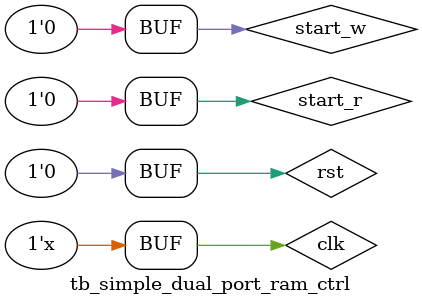
<source format=v>
`timescale 1ns / 1ps

module tb_simple_dual_port_ram_ctrl(

    );
    
reg clk;
reg rst;
reg start_w;
reg start_r;
wire [15:0] doutb;
wire done_w;
wire done_r;

    
    
always #5 clk = ~clk;

simple_dual_port_ram_ctrl uut(
.clk(clk),
.rst(rst),
.start_w(start_w),
.start_r(start_r),
.doutb(doutb),
.done_w(done_w),
.done_r(done_r)
);


// clk, rst
initial begin
clk = 0; rst = 0; 
#800 rst = 1;
#10 rst = 0;
end


// start_w, start_r
initial begin
start_w = 0;
start_r = 0;
#1000 start_w = 1;
#10 start_w = 0;
#500 start_r = 1;
#10 start_r = 0;
end




endmodule

</source>
